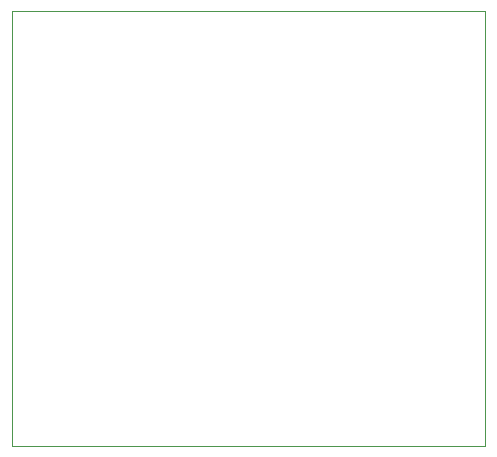
<source format=gbr>
%TF.GenerationSoftware,KiCad,Pcbnew,(5.1.9)-1*%
%TF.CreationDate,2021-07-04T22:14:26+10:00*%
%TF.ProjectId,i2c-master,6932632d-6d61-4737-9465-722e6b696361,rev?*%
%TF.SameCoordinates,Original*%
%TF.FileFunction,Profile,NP*%
%FSLAX46Y46*%
G04 Gerber Fmt 4.6, Leading zero omitted, Abs format (unit mm)*
G04 Created by KiCad (PCBNEW (5.1.9)-1) date 2021-07-04 22:14:26*
%MOMM*%
%LPD*%
G01*
G04 APERTURE LIST*
%TA.AperFunction,Profile*%
%ADD10C,0.050000*%
%TD*%
G04 APERTURE END LIST*
D10*
X79375000Y-68580000D02*
X79375000Y-31750000D01*
X39370000Y-68580000D02*
X79375000Y-68580000D01*
X39370000Y-31750000D02*
X39370000Y-68580000D01*
X79375000Y-31750000D02*
X39370000Y-31750000D01*
M02*

</source>
